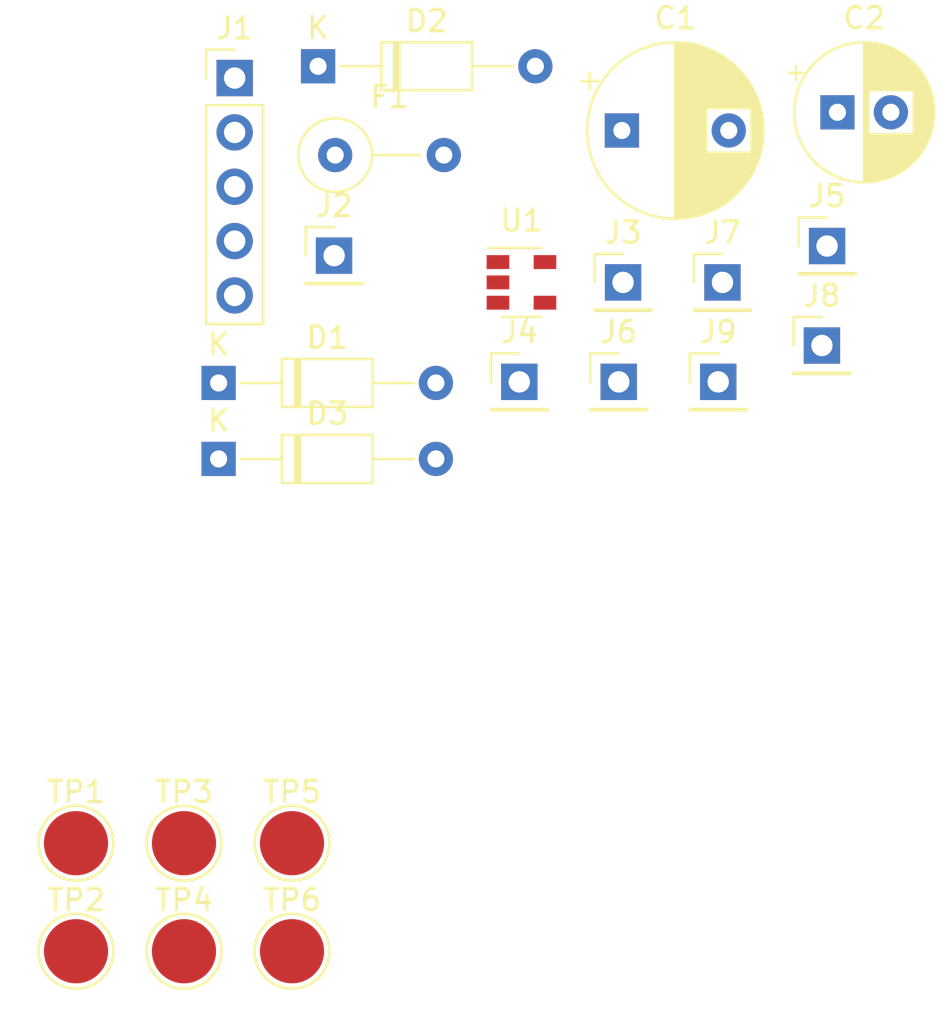
<source format=kicad_pcb>
(kicad_pcb (version 20171130) (host pcbnew "(5.1.10)-1")

  (general
    (thickness 1.6)
    (drawings 0)
    (tracks 0)
    (zones 0)
    (modules 22)
    (nets 9)
  )

  (page A4)
  (layers
    (0 F.Cu signal)
    (31 B.Cu signal)
    (32 B.Adhes user)
    (33 F.Adhes user)
    (34 B.Paste user)
    (35 F.Paste user)
    (36 B.SilkS user)
    (37 F.SilkS user)
    (38 B.Mask user)
    (39 F.Mask user)
    (40 Dwgs.User user)
    (41 Cmts.User user)
    (42 Eco1.User user)
    (43 Eco2.User user)
    (44 Edge.Cuts user)
    (45 Margin user)
    (46 B.CrtYd user)
    (47 F.CrtYd user)
    (48 B.Fab user)
    (49 F.Fab user)
  )

  (setup
    (last_trace_width 0.25)
    (trace_clearance 0.2)
    (zone_clearance 0.508)
    (zone_45_only no)
    (trace_min 0.2)
    (via_size 0.8)
    (via_drill 0.4)
    (via_min_size 0.4)
    (via_min_drill 0.3)
    (uvia_size 0.3)
    (uvia_drill 0.1)
    (uvias_allowed no)
    (uvia_min_size 0.2)
    (uvia_min_drill 0.1)
    (edge_width 0.05)
    (segment_width 0.2)
    (pcb_text_width 0.3)
    (pcb_text_size 1.5 1.5)
    (mod_edge_width 0.12)
    (mod_text_size 1 1)
    (mod_text_width 0.15)
    (pad_size 1.524 1.524)
    (pad_drill 0.762)
    (pad_to_mask_clearance 0)
    (aux_axis_origin 0 0)
    (visible_elements FFFFFF7F)
    (pcbplotparams
      (layerselection 0x010fc_ffffffff)
      (usegerberextensions false)
      (usegerberattributes true)
      (usegerberadvancedattributes true)
      (creategerberjobfile true)
      (excludeedgelayer true)
      (linewidth 0.100000)
      (plotframeref false)
      (viasonmask false)
      (mode 1)
      (useauxorigin false)
      (hpglpennumber 1)
      (hpglpenspeed 20)
      (hpglpendiameter 15.000000)
      (psnegative false)
      (psa4output false)
      (plotreference true)
      (plotvalue true)
      (plotinvisibletext false)
      (padsonsilk false)
      (subtractmaskfromsilk false)
      (outputformat 1)
      (mirror false)
      (drillshape 1)
      (scaleselection 1)
      (outputdirectory ""))
  )

  (net 0 "")
  (net 1 "Net-(C1-Pad1)")
  (net 2 GND)
  (net 3 "Net-(C2-Pad2)")
  (net 4 "Net-(J1-Pad1)")
  (net 5 "Net-(J2-Pad1)")
  (net 6 "Net-(J3-Pad1)")
  (net 7 "Net-(J4-Pad1)")
  (net 8 "Net-(J7-Pad1)")

  (net_class Default "This is the default net class."
    (clearance 0.2)
    (trace_width 0.25)
    (via_dia 0.8)
    (via_drill 0.4)
    (uvia_dia 0.3)
    (uvia_drill 0.1)
    (add_net GND)
    (add_net "Net-(C1-Pad1)")
    (add_net "Net-(C2-Pad2)")
    (add_net "Net-(J1-Pad1)")
    (add_net "Net-(J2-Pad1)")
    (add_net "Net-(J3-Pad1)")
    (add_net "Net-(J4-Pad1)")
    (add_net "Net-(J7-Pad1)")
  )

  (module Capacitor_THT:CP_Radial_D8.0mm_P5.00mm (layer F.Cu) (tedit 5AE50EF0) (tstamp 60AC90F4)
    (at 66.919699 37.295001)
    (descr "CP, Radial series, Radial, pin pitch=5.00mm, , diameter=8mm, Electrolytic Capacitor")
    (tags "CP Radial series Radial pin pitch 5.00mm  diameter 8mm Electrolytic Capacitor")
    (path /60AC8AF3)
    (fp_text reference C1 (at 2.5 -5.25) (layer F.SilkS)
      (effects (font (size 1 1) (thickness 0.15)))
    )
    (fp_text value C (at 2.5 5.25) (layer F.Fab)
      (effects (font (size 1 1) (thickness 0.15)))
    )
    (fp_line (start -1.509698 -2.715) (end -1.509698 -1.915) (layer F.SilkS) (width 0.12))
    (fp_line (start -1.909698 -2.315) (end -1.109698 -2.315) (layer F.SilkS) (width 0.12))
    (fp_line (start 6.581 -0.533) (end 6.581 0.533) (layer F.SilkS) (width 0.12))
    (fp_line (start 6.541 -0.768) (end 6.541 0.768) (layer F.SilkS) (width 0.12))
    (fp_line (start 6.501 -0.948) (end 6.501 0.948) (layer F.SilkS) (width 0.12))
    (fp_line (start 6.461 -1.098) (end 6.461 1.098) (layer F.SilkS) (width 0.12))
    (fp_line (start 6.421 -1.229) (end 6.421 1.229) (layer F.SilkS) (width 0.12))
    (fp_line (start 6.381 -1.346) (end 6.381 1.346) (layer F.SilkS) (width 0.12))
    (fp_line (start 6.341 -1.453) (end 6.341 1.453) (layer F.SilkS) (width 0.12))
    (fp_line (start 6.301 -1.552) (end 6.301 1.552) (layer F.SilkS) (width 0.12))
    (fp_line (start 6.261 -1.645) (end 6.261 1.645) (layer F.SilkS) (width 0.12))
    (fp_line (start 6.221 -1.731) (end 6.221 1.731) (layer F.SilkS) (width 0.12))
    (fp_line (start 6.181 -1.813) (end 6.181 1.813) (layer F.SilkS) (width 0.12))
    (fp_line (start 6.141 -1.89) (end 6.141 1.89) (layer F.SilkS) (width 0.12))
    (fp_line (start 6.101 -1.964) (end 6.101 1.964) (layer F.SilkS) (width 0.12))
    (fp_line (start 6.061 -2.034) (end 6.061 2.034) (layer F.SilkS) (width 0.12))
    (fp_line (start 6.021 1.04) (end 6.021 2.102) (layer F.SilkS) (width 0.12))
    (fp_line (start 6.021 -2.102) (end 6.021 -1.04) (layer F.SilkS) (width 0.12))
    (fp_line (start 5.981 1.04) (end 5.981 2.166) (layer F.SilkS) (width 0.12))
    (fp_line (start 5.981 -2.166) (end 5.981 -1.04) (layer F.SilkS) (width 0.12))
    (fp_line (start 5.941 1.04) (end 5.941 2.228) (layer F.SilkS) (width 0.12))
    (fp_line (start 5.941 -2.228) (end 5.941 -1.04) (layer F.SilkS) (width 0.12))
    (fp_line (start 5.901 1.04) (end 5.901 2.287) (layer F.SilkS) (width 0.12))
    (fp_line (start 5.901 -2.287) (end 5.901 -1.04) (layer F.SilkS) (width 0.12))
    (fp_line (start 5.861 1.04) (end 5.861 2.345) (layer F.SilkS) (width 0.12))
    (fp_line (start 5.861 -2.345) (end 5.861 -1.04) (layer F.SilkS) (width 0.12))
    (fp_line (start 5.821 1.04) (end 5.821 2.4) (layer F.SilkS) (width 0.12))
    (fp_line (start 5.821 -2.4) (end 5.821 -1.04) (layer F.SilkS) (width 0.12))
    (fp_line (start 5.781 1.04) (end 5.781 2.454) (layer F.SilkS) (width 0.12))
    (fp_line (start 5.781 -2.454) (end 5.781 -1.04) (layer F.SilkS) (width 0.12))
    (fp_line (start 5.741 1.04) (end 5.741 2.505) (layer F.SilkS) (width 0.12))
    (fp_line (start 5.741 -2.505) (end 5.741 -1.04) (layer F.SilkS) (width 0.12))
    (fp_line (start 5.701 1.04) (end 5.701 2.556) (layer F.SilkS) (width 0.12))
    (fp_line (start 5.701 -2.556) (end 5.701 -1.04) (layer F.SilkS) (width 0.12))
    (fp_line (start 5.661 1.04) (end 5.661 2.604) (layer F.SilkS) (width 0.12))
    (fp_line (start 5.661 -2.604) (end 5.661 -1.04) (layer F.SilkS) (width 0.12))
    (fp_line (start 5.621 1.04) (end 5.621 2.651) (layer F.SilkS) (width 0.12))
    (fp_line (start 5.621 -2.651) (end 5.621 -1.04) (layer F.SilkS) (width 0.12))
    (fp_line (start 5.581 1.04) (end 5.581 2.697) (layer F.SilkS) (width 0.12))
    (fp_line (start 5.581 -2.697) (end 5.581 -1.04) (layer F.SilkS) (width 0.12))
    (fp_line (start 5.541 1.04) (end 5.541 2.741) (layer F.SilkS) (width 0.12))
    (fp_line (start 5.541 -2.741) (end 5.541 -1.04) (layer F.SilkS) (width 0.12))
    (fp_line (start 5.501 1.04) (end 5.501 2.784) (layer F.SilkS) (width 0.12))
    (fp_line (start 5.501 -2.784) (end 5.501 -1.04) (layer F.SilkS) (width 0.12))
    (fp_line (start 5.461 1.04) (end 5.461 2.826) (layer F.SilkS) (width 0.12))
    (fp_line (start 5.461 -2.826) (end 5.461 -1.04) (layer F.SilkS) (width 0.12))
    (fp_line (start 5.421 1.04) (end 5.421 2.867) (layer F.SilkS) (width 0.12))
    (fp_line (start 5.421 -2.867) (end 5.421 -1.04) (layer F.SilkS) (width 0.12))
    (fp_line (start 5.381 1.04) (end 5.381 2.907) (layer F.SilkS) (width 0.12))
    (fp_line (start 5.381 -2.907) (end 5.381 -1.04) (layer F.SilkS) (width 0.12))
    (fp_line (start 5.341 1.04) (end 5.341 2.945) (layer F.SilkS) (width 0.12))
    (fp_line (start 5.341 -2.945) (end 5.341 -1.04) (layer F.SilkS) (width 0.12))
    (fp_line (start 5.301 1.04) (end 5.301 2.983) (layer F.SilkS) (width 0.12))
    (fp_line (start 5.301 -2.983) (end 5.301 -1.04) (layer F.SilkS) (width 0.12))
    (fp_line (start 5.261 1.04) (end 5.261 3.019) (layer F.SilkS) (width 0.12))
    (fp_line (start 5.261 -3.019) (end 5.261 -1.04) (layer F.SilkS) (width 0.12))
    (fp_line (start 5.221 1.04) (end 5.221 3.055) (layer F.SilkS) (width 0.12))
    (fp_line (start 5.221 -3.055) (end 5.221 -1.04) (layer F.SilkS) (width 0.12))
    (fp_line (start 5.181 1.04) (end 5.181 3.09) (layer F.SilkS) (width 0.12))
    (fp_line (start 5.181 -3.09) (end 5.181 -1.04) (layer F.SilkS) (width 0.12))
    (fp_line (start 5.141 1.04) (end 5.141 3.124) (layer F.SilkS) (width 0.12))
    (fp_line (start 5.141 -3.124) (end 5.141 -1.04) (layer F.SilkS) (width 0.12))
    (fp_line (start 5.101 1.04) (end 5.101 3.156) (layer F.SilkS) (width 0.12))
    (fp_line (start 5.101 -3.156) (end 5.101 -1.04) (layer F.SilkS) (width 0.12))
    (fp_line (start 5.061 1.04) (end 5.061 3.189) (layer F.SilkS) (width 0.12))
    (fp_line (start 5.061 -3.189) (end 5.061 -1.04) (layer F.SilkS) (width 0.12))
    (fp_line (start 5.021 1.04) (end 5.021 3.22) (layer F.SilkS) (width 0.12))
    (fp_line (start 5.021 -3.22) (end 5.021 -1.04) (layer F.SilkS) (width 0.12))
    (fp_line (start 4.981 1.04) (end 4.981 3.25) (layer F.SilkS) (width 0.12))
    (fp_line (start 4.981 -3.25) (end 4.981 -1.04) (layer F.SilkS) (width 0.12))
    (fp_line (start 4.941 1.04) (end 4.941 3.28) (layer F.SilkS) (width 0.12))
    (fp_line (start 4.941 -3.28) (end 4.941 -1.04) (layer F.SilkS) (width 0.12))
    (fp_line (start 4.901 1.04) (end 4.901 3.309) (layer F.SilkS) (width 0.12))
    (fp_line (start 4.901 -3.309) (end 4.901 -1.04) (layer F.SilkS) (width 0.12))
    (fp_line (start 4.861 1.04) (end 4.861 3.338) (layer F.SilkS) (width 0.12))
    (fp_line (start 4.861 -3.338) (end 4.861 -1.04) (layer F.SilkS) (width 0.12))
    (fp_line (start 4.821 1.04) (end 4.821 3.365) (layer F.SilkS) (width 0.12))
    (fp_line (start 4.821 -3.365) (end 4.821 -1.04) (layer F.SilkS) (width 0.12))
    (fp_line (start 4.781 1.04) (end 4.781 3.392) (layer F.SilkS) (width 0.12))
    (fp_line (start 4.781 -3.392) (end 4.781 -1.04) (layer F.SilkS) (width 0.12))
    (fp_line (start 4.741 1.04) (end 4.741 3.418) (layer F.SilkS) (width 0.12))
    (fp_line (start 4.741 -3.418) (end 4.741 -1.04) (layer F.SilkS) (width 0.12))
    (fp_line (start 4.701 1.04) (end 4.701 3.444) (layer F.SilkS) (width 0.12))
    (fp_line (start 4.701 -3.444) (end 4.701 -1.04) (layer F.SilkS) (width 0.12))
    (fp_line (start 4.661 1.04) (end 4.661 3.469) (layer F.SilkS) (width 0.12))
    (fp_line (start 4.661 -3.469) (end 4.661 -1.04) (layer F.SilkS) (width 0.12))
    (fp_line (start 4.621 1.04) (end 4.621 3.493) (layer F.SilkS) (width 0.12))
    (fp_line (start 4.621 -3.493) (end 4.621 -1.04) (layer F.SilkS) (width 0.12))
    (fp_line (start 4.581 1.04) (end 4.581 3.517) (layer F.SilkS) (width 0.12))
    (fp_line (start 4.581 -3.517) (end 4.581 -1.04) (layer F.SilkS) (width 0.12))
    (fp_line (start 4.541 1.04) (end 4.541 3.54) (layer F.SilkS) (width 0.12))
    (fp_line (start 4.541 -3.54) (end 4.541 -1.04) (layer F.SilkS) (width 0.12))
    (fp_line (start 4.501 1.04) (end 4.501 3.562) (layer F.SilkS) (width 0.12))
    (fp_line (start 4.501 -3.562) (end 4.501 -1.04) (layer F.SilkS) (width 0.12))
    (fp_line (start 4.461 1.04) (end 4.461 3.584) (layer F.SilkS) (width 0.12))
    (fp_line (start 4.461 -3.584) (end 4.461 -1.04) (layer F.SilkS) (width 0.12))
    (fp_line (start 4.421 1.04) (end 4.421 3.606) (layer F.SilkS) (width 0.12))
    (fp_line (start 4.421 -3.606) (end 4.421 -1.04) (layer F.SilkS) (width 0.12))
    (fp_line (start 4.381 1.04) (end 4.381 3.627) (layer F.SilkS) (width 0.12))
    (fp_line (start 4.381 -3.627) (end 4.381 -1.04) (layer F.SilkS) (width 0.12))
    (fp_line (start 4.341 1.04) (end 4.341 3.647) (layer F.SilkS) (width 0.12))
    (fp_line (start 4.341 -3.647) (end 4.341 -1.04) (layer F.SilkS) (width 0.12))
    (fp_line (start 4.301 1.04) (end 4.301 3.666) (layer F.SilkS) (width 0.12))
    (fp_line (start 4.301 -3.666) (end 4.301 -1.04) (layer F.SilkS) (width 0.12))
    (fp_line (start 4.261 1.04) (end 4.261 3.686) (layer F.SilkS) (width 0.12))
    (fp_line (start 4.261 -3.686) (end 4.261 -1.04) (layer F.SilkS) (width 0.12))
    (fp_line (start 4.221 1.04) (end 4.221 3.704) (layer F.SilkS) (width 0.12))
    (fp_line (start 4.221 -3.704) (end 4.221 -1.04) (layer F.SilkS) (width 0.12))
    (fp_line (start 4.181 1.04) (end 4.181 3.722) (layer F.SilkS) (width 0.12))
    (fp_line (start 4.181 -3.722) (end 4.181 -1.04) (layer F.SilkS) (width 0.12))
    (fp_line (start 4.141 1.04) (end 4.141 3.74) (layer F.SilkS) (width 0.12))
    (fp_line (start 4.141 -3.74) (end 4.141 -1.04) (layer F.SilkS) (width 0.12))
    (fp_line (start 4.101 1.04) (end 4.101 3.757) (layer F.SilkS) (width 0.12))
    (fp_line (start 4.101 -3.757) (end 4.101 -1.04) (layer F.SilkS) (width 0.12))
    (fp_line (start 4.061 1.04) (end 4.061 3.774) (layer F.SilkS) (width 0.12))
    (fp_line (start 4.061 -3.774) (end 4.061 -1.04) (layer F.SilkS) (width 0.12))
    (fp_line (start 4.021 1.04) (end 4.021 3.79) (layer F.SilkS) (width 0.12))
    (fp_line (start 4.021 -3.79) (end 4.021 -1.04) (layer F.SilkS) (width 0.12))
    (fp_line (start 3.981 1.04) (end 3.981 3.805) (layer F.SilkS) (width 0.12))
    (fp_line (start 3.981 -3.805) (end 3.981 -1.04) (layer F.SilkS) (width 0.12))
    (fp_line (start 3.941 -3.821) (end 3.941 3.821) (layer F.SilkS) (width 0.12))
    (fp_line (start 3.901 -3.835) (end 3.901 3.835) (layer F.SilkS) (width 0.12))
    (fp_line (start 3.861 -3.85) (end 3.861 3.85) (layer F.SilkS) (width 0.12))
    (fp_line (start 3.821 -3.863) (end 3.821 3.863) (layer F.SilkS) (width 0.12))
    (fp_line (start 3.781 -3.877) (end 3.781 3.877) (layer F.SilkS) (width 0.12))
    (fp_line (start 3.741 -3.889) (end 3.741 3.889) (layer F.SilkS) (width 0.12))
    (fp_line (start 3.701 -3.902) (end 3.701 3.902) (layer F.SilkS) (width 0.12))
    (fp_line (start 3.661 -3.914) (end 3.661 3.914) (layer F.SilkS) (width 0.12))
    (fp_line (start 3.621 -3.925) (end 3.621 3.925) (layer F.SilkS) (width 0.12))
    (fp_line (start 3.581 -3.936) (end 3.581 3.936) (layer F.SilkS) (width 0.12))
    (fp_line (start 3.541 -3.947) (end 3.541 3.947) (layer F.SilkS) (width 0.12))
    (fp_line (start 3.501 -3.957) (end 3.501 3.957) (layer F.SilkS) (width 0.12))
    (fp_line (start 3.461 -3.967) (end 3.461 3.967) (layer F.SilkS) (width 0.12))
    (fp_line (start 3.421 -3.976) (end 3.421 3.976) (layer F.SilkS) (width 0.12))
    (fp_line (start 3.381 -3.985) (end 3.381 3.985) (layer F.SilkS) (width 0.12))
    (fp_line (start 3.341 -3.994) (end 3.341 3.994) (layer F.SilkS) (width 0.12))
    (fp_line (start 3.301 -4.002) (end 3.301 4.002) (layer F.SilkS) (width 0.12))
    (fp_line (start 3.261 -4.01) (end 3.261 4.01) (layer F.SilkS) (width 0.12))
    (fp_line (start 3.221 -4.017) (end 3.221 4.017) (layer F.SilkS) (width 0.12))
    (fp_line (start 3.18 -4.024) (end 3.18 4.024) (layer F.SilkS) (width 0.12))
    (fp_line (start 3.14 -4.03) (end 3.14 4.03) (layer F.SilkS) (width 0.12))
    (fp_line (start 3.1 -4.037) (end 3.1 4.037) (layer F.SilkS) (width 0.12))
    (fp_line (start 3.06 -4.042) (end 3.06 4.042) (layer F.SilkS) (width 0.12))
    (fp_line (start 3.02 -4.048) (end 3.02 4.048) (layer F.SilkS) (width 0.12))
    (fp_line (start 2.98 -4.052) (end 2.98 4.052) (layer F.SilkS) (width 0.12))
    (fp_line (start 2.94 -4.057) (end 2.94 4.057) (layer F.SilkS) (width 0.12))
    (fp_line (start 2.9 -4.061) (end 2.9 4.061) (layer F.SilkS) (width 0.12))
    (fp_line (start 2.86 -4.065) (end 2.86 4.065) (layer F.SilkS) (width 0.12))
    (fp_line (start 2.82 -4.068) (end 2.82 4.068) (layer F.SilkS) (width 0.12))
    (fp_line (start 2.78 -4.071) (end 2.78 4.071) (layer F.SilkS) (width 0.12))
    (fp_line (start 2.74 -4.074) (end 2.74 4.074) (layer F.SilkS) (width 0.12))
    (fp_line (start 2.7 -4.076) (end 2.7 4.076) (layer F.SilkS) (width 0.12))
    (fp_line (start 2.66 -4.077) (end 2.66 4.077) (layer F.SilkS) (width 0.12))
    (fp_line (start 2.62 -4.079) (end 2.62 4.079) (layer F.SilkS) (width 0.12))
    (fp_line (start 2.58 -4.08) (end 2.58 4.08) (layer F.SilkS) (width 0.12))
    (fp_line (start 2.54 -4.08) (end 2.54 4.08) (layer F.SilkS) (width 0.12))
    (fp_line (start 2.5 -4.08) (end 2.5 4.08) (layer F.SilkS) (width 0.12))
    (fp_line (start -0.526759 -2.1475) (end -0.526759 -1.3475) (layer F.Fab) (width 0.1))
    (fp_line (start -0.926759 -1.7475) (end -0.126759 -1.7475) (layer F.Fab) (width 0.1))
    (fp_circle (center 2.5 0) (end 6.75 0) (layer F.CrtYd) (width 0.05))
    (fp_circle (center 2.5 0) (end 6.62 0) (layer F.SilkS) (width 0.12))
    (fp_circle (center 2.5 0) (end 6.5 0) (layer F.Fab) (width 0.1))
    (fp_text user %R (at 2.5 0) (layer F.Fab)
      (effects (font (size 1 1) (thickness 0.15)))
    )
    (pad 1 thru_hole rect (at 0 0) (size 1.6 1.6) (drill 0.8) (layers *.Cu *.Mask)
      (net 1 "Net-(C1-Pad1)"))
    (pad 2 thru_hole circle (at 5 0) (size 1.6 1.6) (drill 0.8) (layers *.Cu *.Mask)
      (net 2 GND))
    (model ${KISYS3DMOD}/Capacitor_THT.3dshapes/CP_Radial_D8.0mm_P5.00mm.wrl
      (at (xyz 0 0 0))
      (scale (xyz 1 1 1))
      (rotate (xyz 0 0 0))
    )
  )

  (module Capacitor_THT:CP_Radial_D6.3mm_P2.50mm (layer F.Cu) (tedit 5AE50EF0) (tstamp 60AC9188)
    (at 77.000242 36.445001)
    (descr "CP, Radial series, Radial, pin pitch=2.50mm, , diameter=6.3mm, Electrolytic Capacitor")
    (tags "CP Radial series Radial pin pitch 2.50mm  diameter 6.3mm Electrolytic Capacitor")
    (path /60AC9186)
    (fp_text reference C2 (at 1.25 -4.4) (layer F.SilkS)
      (effects (font (size 1 1) (thickness 0.15)))
    )
    (fp_text value 10n (at 1.25 4.4) (layer F.Fab)
      (effects (font (size 1 1) (thickness 0.15)))
    )
    (fp_line (start -1.935241 -2.154) (end -1.935241 -1.524) (layer F.SilkS) (width 0.12))
    (fp_line (start -2.250241 -1.839) (end -1.620241 -1.839) (layer F.SilkS) (width 0.12))
    (fp_line (start 4.491 -0.402) (end 4.491 0.402) (layer F.SilkS) (width 0.12))
    (fp_line (start 4.451 -0.633) (end 4.451 0.633) (layer F.SilkS) (width 0.12))
    (fp_line (start 4.411 -0.802) (end 4.411 0.802) (layer F.SilkS) (width 0.12))
    (fp_line (start 4.371 -0.94) (end 4.371 0.94) (layer F.SilkS) (width 0.12))
    (fp_line (start 4.331 -1.059) (end 4.331 1.059) (layer F.SilkS) (width 0.12))
    (fp_line (start 4.291 -1.165) (end 4.291 1.165) (layer F.SilkS) (width 0.12))
    (fp_line (start 4.251 -1.262) (end 4.251 1.262) (layer F.SilkS) (width 0.12))
    (fp_line (start 4.211 -1.35) (end 4.211 1.35) (layer F.SilkS) (width 0.12))
    (fp_line (start 4.171 -1.432) (end 4.171 1.432) (layer F.SilkS) (width 0.12))
    (fp_line (start 4.131 -1.509) (end 4.131 1.509) (layer F.SilkS) (width 0.12))
    (fp_line (start 4.091 -1.581) (end 4.091 1.581) (layer F.SilkS) (width 0.12))
    (fp_line (start 4.051 -1.65) (end 4.051 1.65) (layer F.SilkS) (width 0.12))
    (fp_line (start 4.011 -1.714) (end 4.011 1.714) (layer F.SilkS) (width 0.12))
    (fp_line (start 3.971 -1.776) (end 3.971 1.776) (layer F.SilkS) (width 0.12))
    (fp_line (start 3.931 -1.834) (end 3.931 1.834) (layer F.SilkS) (width 0.12))
    (fp_line (start 3.891 -1.89) (end 3.891 1.89) (layer F.SilkS) (width 0.12))
    (fp_line (start 3.851 -1.944) (end 3.851 1.944) (layer F.SilkS) (width 0.12))
    (fp_line (start 3.811 -1.995) (end 3.811 1.995) (layer F.SilkS) (width 0.12))
    (fp_line (start 3.771 -2.044) (end 3.771 2.044) (layer F.SilkS) (width 0.12))
    (fp_line (start 3.731 -2.092) (end 3.731 2.092) (layer F.SilkS) (width 0.12))
    (fp_line (start 3.691 -2.137) (end 3.691 2.137) (layer F.SilkS) (width 0.12))
    (fp_line (start 3.651 -2.182) (end 3.651 2.182) (layer F.SilkS) (width 0.12))
    (fp_line (start 3.611 -2.224) (end 3.611 2.224) (layer F.SilkS) (width 0.12))
    (fp_line (start 3.571 -2.265) (end 3.571 2.265) (layer F.SilkS) (width 0.12))
    (fp_line (start 3.531 1.04) (end 3.531 2.305) (layer F.SilkS) (width 0.12))
    (fp_line (start 3.531 -2.305) (end 3.531 -1.04) (layer F.SilkS) (width 0.12))
    (fp_line (start 3.491 1.04) (end 3.491 2.343) (layer F.SilkS) (width 0.12))
    (fp_line (start 3.491 -2.343) (end 3.491 -1.04) (layer F.SilkS) (width 0.12))
    (fp_line (start 3.451 1.04) (end 3.451 2.38) (layer F.SilkS) (width 0.12))
    (fp_line (start 3.451 -2.38) (end 3.451 -1.04) (layer F.SilkS) (width 0.12))
    (fp_line (start 3.411 1.04) (end 3.411 2.416) (layer F.SilkS) (width 0.12))
    (fp_line (start 3.411 -2.416) (end 3.411 -1.04) (layer F.SilkS) (width 0.12))
    (fp_line (start 3.371 1.04) (end 3.371 2.45) (layer F.SilkS) (width 0.12))
    (fp_line (start 3.371 -2.45) (end 3.371 -1.04) (layer F.SilkS) (width 0.12))
    (fp_line (start 3.331 1.04) (end 3.331 2.484) (layer F.SilkS) (width 0.12))
    (fp_line (start 3.331 -2.484) (end 3.331 -1.04) (layer F.SilkS) (width 0.12))
    (fp_line (start 3.291 1.04) (end 3.291 2.516) (layer F.SilkS) (width 0.12))
    (fp_line (start 3.291 -2.516) (end 3.291 -1.04) (layer F.SilkS) (width 0.12))
    (fp_line (start 3.251 1.04) (end 3.251 2.548) (layer F.SilkS) (width 0.12))
    (fp_line (start 3.251 -2.548) (end 3.251 -1.04) (layer F.SilkS) (width 0.12))
    (fp_line (start 3.211 1.04) (end 3.211 2.578) (layer F.SilkS) (width 0.12))
    (fp_line (start 3.211 -2.578) (end 3.211 -1.04) (layer F.SilkS) (width 0.12))
    (fp_line (start 3.171 1.04) (end 3.171 2.607) (layer F.SilkS) (width 0.12))
    (fp_line (start 3.171 -2.607) (end 3.171 -1.04) (layer F.SilkS) (width 0.12))
    (fp_line (start 3.131 1.04) (end 3.131 2.636) (layer F.SilkS) (width 0.12))
    (fp_line (start 3.131 -2.636) (end 3.131 -1.04) (layer F.SilkS) (width 0.12))
    (fp_line (start 3.091 1.04) (end 3.091 2.664) (layer F.SilkS) (width 0.12))
    (fp_line (start 3.091 -2.664) (end 3.091 -1.04) (layer F.SilkS) (width 0.12))
    (fp_line (start 3.051 1.04) (end 3.051 2.69) (layer F.SilkS) (width 0.12))
    (fp_line (start 3.051 -2.69) (end 3.051 -1.04) (layer F.SilkS) (width 0.12))
    (fp_line (start 3.011 1.04) (end 3.011 2.716) (layer F.SilkS) (width 0.12))
    (fp_line (start 3.011 -2.716) (end 3.011 -1.04) (layer F.SilkS) (width 0.12))
    (fp_line (start 2.971 1.04) (end 2.971 2.742) (layer F.SilkS) (width 0.12))
    (fp_line (start 2.971 -2.742) (end 2.971 -1.04) (layer F.SilkS) (width 0.12))
    (fp_line (start 2.931 1.04) (end 2.931 2.766) (layer F.SilkS) (width 0.12))
    (fp_line (start 2.931 -2.766) (end 2.931 -1.04) (layer F.SilkS) (width 0.12))
    (fp_line (start 2.891 1.04) (end 2.891 2.79) (layer F.SilkS) (width 0.12))
    (fp_line (start 2.891 -2.79) (end 2.891 -1.04) (layer F.SilkS) (width 0.12))
    (fp_line (start 2.851 1.04) (end 2.851 2.812) (layer F.SilkS) (width 0.12))
    (fp_line (start 2.851 -2.812) (end 2.851 -1.04) (layer F.SilkS) (width 0.12))
    (fp_line (start 2.811 1.04) (end 2.811 2.834) (layer F.SilkS) (width 0.12))
    (fp_line (start 2.811 -2.834) (end 2.811 -1.04) (layer F.SilkS) (width 0.12))
    (fp_line (start 2.771 1.04) (end 2.771 2.856) (layer F.SilkS) (width 0.12))
    (fp_line (start 2.771 -2.856) (end 2.771 -1.04) (layer F.SilkS) (width 0.12))
    (fp_line (start 2.731 1.04) (end 2.731 2.876) (layer F.SilkS) (width 0.12))
    (fp_line (start 2.731 -2.876) (end 2.731 -1.04) (layer F.SilkS) (width 0.12))
    (fp_line (start 2.691 1.04) (end 2.691 2.896) (layer F.SilkS) (width 0.12))
    (fp_line (start 2.691 -2.896) (end 2.691 -1.04) (layer F.SilkS) (width 0.12))
    (fp_line (start 2.651 1.04) (end 2.651 2.916) (layer F.SilkS) (width 0.12))
    (fp_line (start 2.651 -2.916) (end 2.651 -1.04) (layer F.SilkS) (width 0.12))
    (fp_line (start 2.611 1.04) (end 2.611 2.934) (layer F.SilkS) (width 0.12))
    (fp_line (start 2.611 -2.934) (end 2.611 -1.04) (layer F.SilkS) (width 0.12))
    (fp_line (start 2.571 1.04) (end 2.571 2.952) (layer F.SilkS) (width 0.12))
    (fp_line (start 2.571 -2.952) (end 2.571 -1.04) (layer F.SilkS) (width 0.12))
    (fp_line (start 2.531 1.04) (end 2.531 2.97) (layer F.SilkS) (width 0.12))
    (fp_line (start 2.531 -2.97) (end 2.531 -1.04) (layer F.SilkS) (width 0.12))
    (fp_line (start 2.491 1.04) (end 2.491 2.986) (layer F.SilkS) (width 0.12))
    (fp_line (start 2.491 -2.986) (end 2.491 -1.04) (layer F.SilkS) (width 0.12))
    (fp_line (start 2.451 1.04) (end 2.451 3.002) (layer F.SilkS) (width 0.12))
    (fp_line (start 2.451 -3.002) (end 2.451 -1.04) (layer F.SilkS) (width 0.12))
    (fp_line (start 2.411 1.04) (end 2.411 3.018) (layer F.SilkS) (width 0.12))
    (fp_line (start 2.411 -3.018) (end 2.411 -1.04) (layer F.SilkS) (width 0.12))
    (fp_line (start 2.371 1.04) (end 2.371 3.033) (layer F.SilkS) (width 0.12))
    (fp_line (start 2.371 -3.033) (end 2.371 -1.04) (layer F.SilkS) (width 0.12))
    (fp_line (start 2.331 1.04) (end 2.331 3.047) (layer F.SilkS) (width 0.12))
    (fp_line (start 2.331 -3.047) (end 2.331 -1.04) (layer F.SilkS) (width 0.12))
    (fp_line (start 2.291 1.04) (end 2.291 3.061) (layer F.SilkS) (width 0.12))
    (fp_line (start 2.291 -3.061) (end 2.291 -1.04) (layer F.SilkS) (width 0.12))
    (fp_line (start 2.251 1.04) (end 2.251 3.074) (layer F.SilkS) (width 0.12))
    (fp_line (start 2.251 -3.074) (end 2.251 -1.04) (layer F.SilkS) (width 0.12))
    (fp_line (start 2.211 1.04) (end 2.211 3.086) (layer F.SilkS) (width 0.12))
    (fp_line (start 2.211 -3.086) (end 2.211 -1.04) (layer F.SilkS) (width 0.12))
    (fp_line (start 2.171 1.04) (end 2.171 3.098) (layer F.SilkS) (width 0.12))
    (fp_line (start 2.171 -3.098) (end 2.171 -1.04) (layer F.SilkS) (width 0.12))
    (fp_line (start 2.131 1.04) (end 2.131 3.11) (layer F.SilkS) (width 0.12))
    (fp_line (start 2.131 -3.11) (end 2.131 -1.04) (layer F.SilkS) (width 0.12))
    (fp_line (start 2.091 1.04) (end 2.091 3.121) (layer F.SilkS) (width 0.12))
    (fp_line (start 2.091 -3.121) (end 2.091 -1.04) (layer F.SilkS) (width 0.12))
    (fp_line (start 2.051 1.04) (end 2.051 3.131) (layer F.SilkS) (width 0.12))
    (fp_line (start 2.051 -3.131) (end 2.051 -1.04) (layer F.SilkS) (width 0.12))
    (fp_line (start 2.011 1.04) (end 2.011 3.141) (layer F.SilkS) (width 0.12))
    (fp_line (start 2.011 -3.141) (end 2.011 -1.04) (layer F.SilkS) (width 0.12))
    (fp_line (start 1.971 1.04) (end 1.971 3.15) (layer F.SilkS) (width 0.12))
    (fp_line (start 1.971 -3.15) (end 1.971 -1.04) (layer F.SilkS) (width 0.12))
    (fp_line (start 1.93 1.04) (end 1.93 3.159) (layer F.SilkS) (width 0.12))
    (fp_line (start 1.93 -3.159) (end 1.93 -1.04) (layer F.SilkS) (width 0.12))
    (fp_line (start 1.89 1.04) (end 1.89 3.167) (layer F.SilkS) (width 0.12))
    (fp_line (start 1.89 -3.167) (end 1.89 -1.04) (layer F.SilkS) (width 0.12))
    (fp_line (start 1.85 1.04) (end 1.85 3.175) (layer F.SilkS) (width 0.12))
    (fp_line (start 1.85 -3.175) (end 1.85 -1.04) (layer F.SilkS) (width 0.12))
    (fp_line (start 1.81 1.04) (end 1.81 3.182) (layer F.SilkS) (width 0.12))
    (fp_line (start 1.81 -3.182) (end 1.81 -1.04) (layer F.SilkS) (width 0.12))
    (fp_line (start 1.77 1.04) (end 1.77 3.189) (layer F.SilkS) (width 0.12))
    (fp_line (start 1.77 -3.189) (end 1.77 -1.04) (layer F.SilkS) (width 0.12))
    (fp_line (start 1.73 1.04) (end 1.73 3.195) (layer F.SilkS) (width 0.12))
    (fp_line (start 1.73 -3.195) (end 1.73 -1.04) (layer F.SilkS) (width 0.12))
    (fp_line (start 1.69 1.04) (end 1.69 3.201) (layer F.SilkS) (width 0.12))
    (fp_line (start 1.69 -3.201) (end 1.69 -1.04) (layer F.SilkS) (width 0.12))
    (fp_line (start 1.65 1.04) (end 1.65 3.206) (layer F.SilkS) (width 0.12))
    (fp_line (start 1.65 -3.206) (end 1.65 -1.04) (layer F.SilkS) (width 0.12))
    (fp_line (start 1.61 1.04) (end 1.61 3.211) (layer F.SilkS) (width 0.12))
    (fp_line (start 1.61 -3.211) (end 1.61 -1.04) (layer F.SilkS) (width 0.12))
    (fp_line (start 1.57 1.04) (end 1.57 3.215) (layer F.SilkS) (width 0.12))
    (fp_line (start 1.57 -3.215) (end 1.57 -1.04) (layer F.SilkS) (width 0.12))
    (fp_line (start 1.53 1.04) (end 1.53 3.218) (layer F.SilkS) (width 0.12))
    (fp_line (start 1.53 -3.218) (end 1.53 -1.04) (layer F.SilkS) (width 0.12))
    (fp_line (start 1.49 1.04) (end 1.49 3.222) (layer F.SilkS) (width 0.12))
    (fp_line (start 1.49 -3.222) (end 1.49 -1.04) (layer F.SilkS) (width 0.12))
    (fp_line (start 1.45 -3.224) (end 1.45 3.224) (layer F.SilkS) (width 0.12))
    (fp_line (start 1.41 -3.227) (end 1.41 3.227) (layer F.SilkS) (width 0.12))
    (fp_line (start 1.37 -3.228) (end 1.37 3.228) (layer F.SilkS) (width 0.12))
    (fp_line (start 1.33 -3.23) (end 1.33 3.23) (layer F.SilkS) (width 0.12))
    (fp_line (start 1.29 -3.23) (end 1.29 3.23) (layer F.SilkS) (width 0.12))
    (fp_line (start 1.25 -3.23) (end 1.25 3.23) (layer F.SilkS) (width 0.12))
    (fp_line (start -1.128972 -1.6885) (end -1.128972 -1.0585) (layer F.Fab) (width 0.1))
    (fp_line (start -1.443972 -1.3735) (end -0.813972 -1.3735) (layer F.Fab) (width 0.1))
    (fp_circle (center 1.25 0) (end 4.65 0) (layer F.CrtYd) (width 0.05))
    (fp_circle (center 1.25 0) (end 4.52 0) (layer F.SilkS) (width 0.12))
    (fp_circle (center 1.25 0) (end 4.4 0) (layer F.Fab) (width 0.1))
    (fp_text user %R (at 1.25 0) (layer F.Fab)
      (effects (font (size 1 1) (thickness 0.15)))
    )
    (pad 1 thru_hole rect (at 0 0) (size 1.6 1.6) (drill 0.8) (layers *.Cu *.Mask)
      (net 1 "Net-(C1-Pad1)"))
    (pad 2 thru_hole circle (at 2.5 0) (size 1.6 1.6) (drill 0.8) (layers *.Cu *.Mask)
      (net 3 "Net-(C2-Pad2)"))
    (model ${KISYS3DMOD}/Capacitor_THT.3dshapes/CP_Radial_D6.3mm_P2.50mm.wrl
      (at (xyz 0 0 0))
      (scale (xyz 1 1 1))
      (rotate (xyz 0 0 0))
    )
  )

  (module Diode_THT:D_DO-35_SOD27_P10.16mm_Horizontal (layer F.Cu) (tedit 5AE50CD5) (tstamp 60AC91A7)
    (at 48.065001 49.095001)
    (descr "Diode, DO-35_SOD27 series, Axial, Horizontal, pin pitch=10.16mm, , length*diameter=4*2mm^2, , http://www.diodes.com/_files/packages/DO-35.pdf")
    (tags "Diode DO-35_SOD27 series Axial Horizontal pin pitch 10.16mm  length 4mm diameter 2mm")
    (path /60AE1DA2)
    (fp_text reference D1 (at 5.08 -2.12) (layer F.SilkS)
      (effects (font (size 1 1) (thickness 0.15)))
    )
    (fp_text value D_Zener (at 5.08 2.12) (layer F.Fab)
      (effects (font (size 1 1) (thickness 0.15)))
    )
    (fp_line (start 11.21 -1.25) (end -1.05 -1.25) (layer F.CrtYd) (width 0.05))
    (fp_line (start 11.21 1.25) (end 11.21 -1.25) (layer F.CrtYd) (width 0.05))
    (fp_line (start -1.05 1.25) (end 11.21 1.25) (layer F.CrtYd) (width 0.05))
    (fp_line (start -1.05 -1.25) (end -1.05 1.25) (layer F.CrtYd) (width 0.05))
    (fp_line (start 3.56 -1.12) (end 3.56 1.12) (layer F.SilkS) (width 0.12))
    (fp_line (start 3.8 -1.12) (end 3.8 1.12) (layer F.SilkS) (width 0.12))
    (fp_line (start 3.68 -1.12) (end 3.68 1.12) (layer F.SilkS) (width 0.12))
    (fp_line (start 9.12 0) (end 7.2 0) (layer F.SilkS) (width 0.12))
    (fp_line (start 1.04 0) (end 2.96 0) (layer F.SilkS) (width 0.12))
    (fp_line (start 7.2 -1.12) (end 2.96 -1.12) (layer F.SilkS) (width 0.12))
    (fp_line (start 7.2 1.12) (end 7.2 -1.12) (layer F.SilkS) (width 0.12))
    (fp_line (start 2.96 1.12) (end 7.2 1.12) (layer F.SilkS) (width 0.12))
    (fp_line (start 2.96 -1.12) (end 2.96 1.12) (layer F.SilkS) (width 0.12))
    (fp_line (start 3.58 -1) (end 3.58 1) (layer F.Fab) (width 0.1))
    (fp_line (start 3.78 -1) (end 3.78 1) (layer F.Fab) (width 0.1))
    (fp_line (start 3.68 -1) (end 3.68 1) (layer F.Fab) (width 0.1))
    (fp_line (start 10.16 0) (end 7.08 0) (layer F.Fab) (width 0.1))
    (fp_line (start 0 0) (end 3.08 0) (layer F.Fab) (width 0.1))
    (fp_line (start 7.08 -1) (end 3.08 -1) (layer F.Fab) (width 0.1))
    (fp_line (start 7.08 1) (end 7.08 -1) (layer F.Fab) (width 0.1))
    (fp_line (start 3.08 1) (end 7.08 1) (layer F.Fab) (width 0.1))
    (fp_line (start 3.08 -1) (end 3.08 1) (layer F.Fab) (width 0.1))
    (fp_text user %R (at 5.38 0) (layer F.Fab)
      (effects (font (size 0.8 0.8) (thickness 0.12)))
    )
    (fp_text user K (at 0 -1.8) (layer F.Fab)
      (effects (font (size 1 1) (thickness 0.15)))
    )
    (fp_text user K (at 0 -1.8) (layer F.SilkS)
      (effects (font (size 1 1) (thickness 0.15)))
    )
    (pad 1 thru_hole rect (at 0 0) (size 1.6 1.6) (drill 0.8) (layers *.Cu *.Mask)
      (net 1 "Net-(C1-Pad1)"))
    (pad 2 thru_hole oval (at 10.16 0) (size 1.6 1.6) (drill 0.8) (layers *.Cu *.Mask)
      (net 3 "Net-(C2-Pad2)"))
    (model ${KISYS3DMOD}/Diode_THT.3dshapes/D_DO-35_SOD27_P10.16mm_Horizontal.wrl
      (at (xyz 0 0 0))
      (scale (xyz 1 1 1))
      (rotate (xyz 0 0 0))
    )
  )

  (module Diode_THT:D_DO-35_SOD27_P10.16mm_Horizontal (layer F.Cu) (tedit 5AE50CD5) (tstamp 60AC91C6)
    (at 52.715001 34.295001)
    (descr "Diode, DO-35_SOD27 series, Axial, Horizontal, pin pitch=10.16mm, , length*diameter=4*2mm^2, , http://www.diodes.com/_files/packages/DO-35.pdf")
    (tags "Diode DO-35_SOD27 series Axial Horizontal pin pitch 10.16mm  length 4mm diameter 2mm")
    (path /60AE1A8B)
    (fp_text reference D2 (at 5.08 -2.12) (layer F.SilkS)
      (effects (font (size 1 1) (thickness 0.15)))
    )
    (fp_text value D_Zener (at 5.08 2.12) (layer F.Fab)
      (effects (font (size 1 1) (thickness 0.15)))
    )
    (fp_text user K (at 0 -1.8) (layer F.SilkS)
      (effects (font (size 1 1) (thickness 0.15)))
    )
    (fp_text user K (at 0 -1.8) (layer F.Fab)
      (effects (font (size 1 1) (thickness 0.15)))
    )
    (fp_text user %R (at 5.38 0) (layer F.Fab)
      (effects (font (size 0.8 0.8) (thickness 0.12)))
    )
    (fp_line (start 3.08 -1) (end 3.08 1) (layer F.Fab) (width 0.1))
    (fp_line (start 3.08 1) (end 7.08 1) (layer F.Fab) (width 0.1))
    (fp_line (start 7.08 1) (end 7.08 -1) (layer F.Fab) (width 0.1))
    (fp_line (start 7.08 -1) (end 3.08 -1) (layer F.Fab) (width 0.1))
    (fp_line (start 0 0) (end 3.08 0) (layer F.Fab) (width 0.1))
    (fp_line (start 10.16 0) (end 7.08 0) (layer F.Fab) (width 0.1))
    (fp_line (start 3.68 -1) (end 3.68 1) (layer F.Fab) (width 0.1))
    (fp_line (start 3.78 -1) (end 3.78 1) (layer F.Fab) (width 0.1))
    (fp_line (start 3.58 -1) (end 3.58 1) (layer F.Fab) (width 0.1))
    (fp_line (start 2.96 -1.12) (end 2.96 1.12) (layer F.SilkS) (width 0.12))
    (fp_line (start 2.96 1.12) (end 7.2 1.12) (layer F.SilkS) (width 0.12))
    (fp_line (start 7.2 1.12) (end 7.2 -1.12) (layer F.SilkS) (width 0.12))
    (fp_line (start 7.2 -1.12) (end 2.96 -1.12) (layer F.SilkS) (width 0.12))
    (fp_line (start 1.04 0) (end 2.96 0) (layer F.SilkS) (width 0.12))
    (fp_line (start 9.12 0) (end 7.2 0) (layer F.SilkS) (width 0.12))
    (fp_line (start 3.68 -1.12) (end 3.68 1.12) (layer F.SilkS) (width 0.12))
    (fp_line (start 3.8 -1.12) (end 3.8 1.12) (layer F.SilkS) (width 0.12))
    (fp_line (start 3.56 -1.12) (end 3.56 1.12) (layer F.SilkS) (width 0.12))
    (fp_line (start -1.05 -1.25) (end -1.05 1.25) (layer F.CrtYd) (width 0.05))
    (fp_line (start -1.05 1.25) (end 11.21 1.25) (layer F.CrtYd) (width 0.05))
    (fp_line (start 11.21 1.25) (end 11.21 -1.25) (layer F.CrtYd) (width 0.05))
    (fp_line (start 11.21 -1.25) (end -1.05 -1.25) (layer F.CrtYd) (width 0.05))
    (pad 2 thru_hole oval (at 10.16 0) (size 1.6 1.6) (drill 0.8) (layers *.Cu *.Mask)
      (net 3 "Net-(C2-Pad2)"))
    (pad 1 thru_hole rect (at 0 0) (size 1.6 1.6) (drill 0.8) (layers *.Cu *.Mask)
      (net 1 "Net-(C1-Pad1)"))
    (model ${KISYS3DMOD}/Diode_THT.3dshapes/D_DO-35_SOD27_P10.16mm_Horizontal.wrl
      (at (xyz 0 0 0))
      (scale (xyz 1 1 1))
      (rotate (xyz 0 0 0))
    )
  )

  (module Diode_THT:D_DO-35_SOD27_P10.16mm_Horizontal (layer F.Cu) (tedit 5AE50CD5) (tstamp 60AC91E5)
    (at 48.065001 52.645001)
    (descr "Diode, DO-35_SOD27 series, Axial, Horizontal, pin pitch=10.16mm, , length*diameter=4*2mm^2, , http://www.diodes.com/_files/packages/DO-35.pdf")
    (tags "Diode DO-35_SOD27 series Axial Horizontal pin pitch 10.16mm  length 4mm diameter 2mm")
    (path /60AB9741)
    (fp_text reference D3 (at 5.08 -2.12) (layer F.SilkS)
      (effects (font (size 1 1) (thickness 0.15)))
    )
    (fp_text value D_Zener (at 5.08 2.12) (layer F.Fab)
      (effects (font (size 1 1) (thickness 0.15)))
    )
    (fp_line (start 11.21 -1.25) (end -1.05 -1.25) (layer F.CrtYd) (width 0.05))
    (fp_line (start 11.21 1.25) (end 11.21 -1.25) (layer F.CrtYd) (width 0.05))
    (fp_line (start -1.05 1.25) (end 11.21 1.25) (layer F.CrtYd) (width 0.05))
    (fp_line (start -1.05 -1.25) (end -1.05 1.25) (layer F.CrtYd) (width 0.05))
    (fp_line (start 3.56 -1.12) (end 3.56 1.12) (layer F.SilkS) (width 0.12))
    (fp_line (start 3.8 -1.12) (end 3.8 1.12) (layer F.SilkS) (width 0.12))
    (fp_line (start 3.68 -1.12) (end 3.68 1.12) (layer F.SilkS) (width 0.12))
    (fp_line (start 9.12 0) (end 7.2 0) (layer F.SilkS) (width 0.12))
    (fp_line (start 1.04 0) (end 2.96 0) (layer F.SilkS) (width 0.12))
    (fp_line (start 7.2 -1.12) (end 2.96 -1.12) (layer F.SilkS) (width 0.12))
    (fp_line (start 7.2 1.12) (end 7.2 -1.12) (layer F.SilkS) (width 0.12))
    (fp_line (start 2.96 1.12) (end 7.2 1.12) (layer F.SilkS) (width 0.12))
    (fp_line (start 2.96 -1.12) (end 2.96 1.12) (layer F.SilkS) (width 0.12))
    (fp_line (start 3.58 -1) (end 3.58 1) (layer F.Fab) (width 0.1))
    (fp_line (start 3.78 -1) (end 3.78 1) (layer F.Fab) (width 0.1))
    (fp_line (start 3.68 -1) (end 3.68 1) (layer F.Fab) (width 0.1))
    (fp_line (start 10.16 0) (end 7.08 0) (layer F.Fab) (width 0.1))
    (fp_line (start 0 0) (end 3.08 0) (layer F.Fab) (width 0.1))
    (fp_line (start 7.08 -1) (end 3.08 -1) (layer F.Fab) (width 0.1))
    (fp_line (start 7.08 1) (end 7.08 -1) (layer F.Fab) (width 0.1))
    (fp_line (start 3.08 1) (end 7.08 1) (layer F.Fab) (width 0.1))
    (fp_line (start 3.08 -1) (end 3.08 1) (layer F.Fab) (width 0.1))
    (fp_text user %R (at 5.38 0) (layer F.Fab)
      (effects (font (size 0.8 0.8) (thickness 0.12)))
    )
    (fp_text user K (at 0 -1.8) (layer F.Fab)
      (effects (font (size 1 1) (thickness 0.15)))
    )
    (fp_text user K (at 0 -1.8) (layer F.SilkS)
      (effects (font (size 1 1) (thickness 0.15)))
    )
    (pad 1 thru_hole rect (at 0 0) (size 1.6 1.6) (drill 0.8) (layers *.Cu *.Mask)
      (net 1 "Net-(C1-Pad1)"))
    (pad 2 thru_hole oval (at 10.16 0) (size 1.6 1.6) (drill 0.8) (layers *.Cu *.Mask)
      (net 3 "Net-(C2-Pad2)"))
    (model ${KISYS3DMOD}/Diode_THT.3dshapes/D_DO-35_SOD27_P10.16mm_Horizontal.wrl
      (at (xyz 0 0 0))
      (scale (xyz 1 1 1))
      (rotate (xyz 0 0 0))
    )
  )

  (module Resistor_THT:R_Axial_DIN0309_L9.0mm_D3.2mm_P5.08mm_Vertical (layer F.Cu) (tedit 5AE5139B) (tstamp 60AC91F4)
    (at 53.515001 38.445001)
    (descr "Resistor, Axial_DIN0309 series, Axial, Vertical, pin pitch=5.08mm, 0.5W = 1/2W, length*diameter=9*3.2mm^2, http://cdn-reichelt.de/documents/datenblatt/B400/1_4W%23YAG.pdf")
    (tags "Resistor Axial_DIN0309 series Axial Vertical pin pitch 5.08mm 0.5W = 1/2W length 9mm diameter 3.2mm")
    (path /60AC9604)
    (fp_text reference F1 (at 2.54 -2.72) (layer F.SilkS)
      (effects (font (size 1 1) (thickness 0.15)))
    )
    (fp_text value Fuse (at 2.54 2.72) (layer F.Fab)
      (effects (font (size 1 1) (thickness 0.15)))
    )
    (fp_line (start 6.13 -1.85) (end -1.85 -1.85) (layer F.CrtYd) (width 0.05))
    (fp_line (start 6.13 1.85) (end 6.13 -1.85) (layer F.CrtYd) (width 0.05))
    (fp_line (start -1.85 1.85) (end 6.13 1.85) (layer F.CrtYd) (width 0.05))
    (fp_line (start -1.85 -1.85) (end -1.85 1.85) (layer F.CrtYd) (width 0.05))
    (fp_line (start 1.72 0) (end 3.98 0) (layer F.SilkS) (width 0.12))
    (fp_line (start 0 0) (end 5.08 0) (layer F.Fab) (width 0.1))
    (fp_circle (center 0 0) (end 1.72 0) (layer F.SilkS) (width 0.12))
    (fp_circle (center 0 0) (end 1.6 0) (layer F.Fab) (width 0.1))
    (fp_text user %R (at 2.54 -2.72) (layer F.Fab)
      (effects (font (size 1 1) (thickness 0.15)))
    )
    (pad 1 thru_hole circle (at 0 0) (size 1.6 1.6) (drill 0.8) (layers *.Cu *.Mask)
      (net 3 "Net-(C2-Pad2)"))
    (pad 2 thru_hole oval (at 5.08 0) (size 1.6 1.6) (drill 0.8) (layers *.Cu *.Mask)
      (net 2 GND))
    (model ${KISYS3DMOD}/Resistor_THT.3dshapes/R_Axial_DIN0309_L9.0mm_D3.2mm_P5.08mm_Vertical.wrl
      (at (xyz 0 0 0))
      (scale (xyz 1 1 1))
      (rotate (xyz 0 0 0))
    )
  )

  (module Connector_PinHeader_2.54mm:PinHeader_1x05_P2.54mm_Vertical (layer F.Cu) (tedit 59FED5CC) (tstamp 60AC920D)
    (at 48.815001 34.845001)
    (descr "Through hole straight pin header, 1x05, 2.54mm pitch, single row")
    (tags "Through hole pin header THT 1x05 2.54mm single row")
    (path /60ACE4A7)
    (fp_text reference J1 (at 0 -2.33) (layer F.SilkS)
      (effects (font (size 1 1) (thickness 0.15)))
    )
    (fp_text value Conn_01x05_Male (at 0 12.49) (layer F.Fab)
      (effects (font (size 1 1) (thickness 0.15)))
    )
    (fp_line (start 1.8 -1.8) (end -1.8 -1.8) (layer F.CrtYd) (width 0.05))
    (fp_line (start 1.8 11.95) (end 1.8 -1.8) (layer F.CrtYd) (width 0.05))
    (fp_line (start -1.8 11.95) (end 1.8 11.95) (layer F.CrtYd) (width 0.05))
    (fp_line (start -1.8 -1.8) (end -1.8 11.95) (layer F.CrtYd) (width 0.05))
    (fp_line (start -1.33 -1.33) (end 0 -1.33) (layer F.SilkS) (width 0.12))
    (fp_line (start -1.33 0) (end -1.33 -1.33) (layer F.SilkS) (width 0.12))
    (fp_line (start -1.33 1.27) (end 1.33 1.27) (layer F.SilkS) (width 0.12))
    (fp_line (start 1.33 1.27) (end 1.33 11.49) (layer F.SilkS) (width 0.12))
    (fp_line (start -1.33 1.27) (end -1.33 11.49) (layer F.SilkS) (width 0.12))
    (fp_line (start -1.33 11.49) (end 1.33 11.49) (layer F.SilkS) (width 0.12))
    (fp_line (start -1.27 -0.635) (end -0.635 -1.27) (layer F.Fab) (width 0.1))
    (fp_line (start -1.27 11.43) (end -1.27 -0.635) (layer F.Fab) (width 0.1))
    (fp_line (start 1.27 11.43) (end -1.27 11.43) (layer F.Fab) (width 0.1))
    (fp_line (start 1.27 -1.27) (end 1.27 11.43) (layer F.Fab) (width 0.1))
    (fp_line (start -0.635 -1.27) (end 1.27 -1.27) (layer F.Fab) (width 0.1))
    (fp_text user %R (at 0 5.08 90) (layer F.Fab)
      (effects (font (size 1 1) (thickness 0.15)))
    )
    (pad 1 thru_hole rect (at 0 0) (size 1.7 1.7) (drill 1) (layers *.Cu *.Mask)
      (net 4 "Net-(J1-Pad1)"))
    (pad 2 thru_hole oval (at 0 2.54) (size 1.7 1.7) (drill 1) (layers *.Cu *.Mask)
      (net 1 "Net-(C1-Pad1)"))
    (pad 3 thru_hole oval (at 0 5.08) (size 1.7 1.7) (drill 1) (layers *.Cu *.Mask)
      (net 1 "Net-(C1-Pad1)"))
    (pad 4 thru_hole oval (at 0 7.62) (size 1.7 1.7) (drill 1) (layers *.Cu *.Mask)
      (net 2 GND))
    (pad 5 thru_hole oval (at 0 10.16) (size 1.7 1.7) (drill 1) (layers *.Cu *.Mask)
      (net 2 GND))
    (model ${KISYS3DMOD}/Connector_PinHeader_2.54mm.3dshapes/PinHeader_1x05_P2.54mm_Vertical.wrl
      (at (xyz 0 0 0))
      (scale (xyz 1 1 1))
      (rotate (xyz 0 0 0))
    )
  )

  (module Connector_PinHeader_2.54mm:PinHeader_1x01_P2.54mm_Vertical (layer F.Cu) (tedit 59FED5CC) (tstamp 60AC9222)
    (at 53.465001 43.145001)
    (descr "Through hole straight pin header, 1x01, 2.54mm pitch, single row")
    (tags "Through hole pin header THT 1x01 2.54mm single row")
    (path /60ACA72E)
    (fp_text reference J2 (at 0 -2.33) (layer F.SilkS)
      (effects (font (size 1 1) (thickness 0.15)))
    )
    (fp_text value tx (at 0 2.33) (layer F.Fab)
      (effects (font (size 1 1) (thickness 0.15)))
    )
    (fp_text user %R (at 0 0 90) (layer F.Fab)
      (effects (font (size 1 1) (thickness 0.15)))
    )
    (fp_line (start -0.635 -1.27) (end 1.27 -1.27) (layer F.Fab) (width 0.1))
    (fp_line (start 1.27 -1.27) (end 1.27 1.27) (layer F.Fab) (width 0.1))
    (fp_line (start 1.27 1.27) (end -1.27 1.27) (layer F.Fab) (width 0.1))
    (fp_line (start -1.27 1.27) (end -1.27 -0.635) (layer F.Fab) (width 0.1))
    (fp_line (start -1.27 -0.635) (end -0.635 -1.27) (layer F.Fab) (width 0.1))
    (fp_line (start -1.33 1.33) (end 1.33 1.33) (layer F.SilkS) (width 0.12))
    (fp_line (start -1.33 1.27) (end -1.33 1.33) (layer F.SilkS) (width 0.12))
    (fp_line (start 1.33 1.27) (end 1.33 1.33) (layer F.SilkS) (width 0.12))
    (fp_line (start -1.33 1.27) (end 1.33 1.27) (layer F.SilkS) (width 0.12))
    (fp_line (start -1.33 0) (end -1.33 -1.33) (layer F.SilkS) (width 0.12))
    (fp_line (start -1.33 -1.33) (end 0 -1.33) (layer F.SilkS) (width 0.12))
    (fp_line (start -1.8 -1.8) (end -1.8 1.8) (layer F.CrtYd) (width 0.05))
    (fp_line (start -1.8 1.8) (end 1.8 1.8) (layer F.CrtYd) (width 0.05))
    (fp_line (start 1.8 1.8) (end 1.8 -1.8) (layer F.CrtYd) (width 0.05))
    (fp_line (start 1.8 -1.8) (end -1.8 -1.8) (layer F.CrtYd) (width 0.05))
    (pad 1 thru_hole rect (at 0 0) (size 1.7 1.7) (drill 1) (layers *.Cu *.Mask)
      (net 5 "Net-(J2-Pad1)"))
    (model ${KISYS3DMOD}/Connector_PinHeader_2.54mm.3dshapes/PinHeader_1x01_P2.54mm_Vertical.wrl
      (at (xyz 0 0 0))
      (scale (xyz 1 1 1))
      (rotate (xyz 0 0 0))
    )
  )

  (module Connector_PinHeader_2.54mm:PinHeader_1x01_P2.54mm_Vertical (layer F.Cu) (tedit 59FED5CC) (tstamp 60AC9237)
    (at 66.975001 44.395001)
    (descr "Through hole straight pin header, 1x01, 2.54mm pitch, single row")
    (tags "Through hole pin header THT 1x01 2.54mm single row")
    (path /60ACC117)
    (fp_text reference J3 (at 0 -2.33) (layer F.SilkS)
      (effects (font (size 1 1) (thickness 0.15)))
    )
    (fp_text value rx (at 0 2.33) (layer F.Fab)
      (effects (font (size 1 1) (thickness 0.15)))
    )
    (fp_line (start 1.8 -1.8) (end -1.8 -1.8) (layer F.CrtYd) (width 0.05))
    (fp_line (start 1.8 1.8) (end 1.8 -1.8) (layer F.CrtYd) (width 0.05))
    (fp_line (start -1.8 1.8) (end 1.8 1.8) (layer F.CrtYd) (width 0.05))
    (fp_line (start -1.8 -1.8) (end -1.8 1.8) (layer F.CrtYd) (width 0.05))
    (fp_line (start -1.33 -1.33) (end 0 -1.33) (layer F.SilkS) (width 0.12))
    (fp_line (start -1.33 0) (end -1.33 -1.33) (layer F.SilkS) (width 0.12))
    (fp_line (start -1.33 1.27) (end 1.33 1.27) (layer F.SilkS) (width 0.12))
    (fp_line (start 1.33 1.27) (end 1.33 1.33) (layer F.SilkS) (width 0.12))
    (fp_line (start -1.33 1.27) (end -1.33 1.33) (layer F.SilkS) (width 0.12))
    (fp_line (start -1.33 1.33) (end 1.33 1.33) (layer F.SilkS) (width 0.12))
    (fp_line (start -1.27 -0.635) (end -0.635 -1.27) (layer F.Fab) (width 0.1))
    (fp_line (start -1.27 1.27) (end -1.27 -0.635) (layer F.Fab) (width 0.1))
    (fp_line (start 1.27 1.27) (end -1.27 1.27) (layer F.Fab) (width 0.1))
    (fp_line (start 1.27 -1.27) (end 1.27 1.27) (layer F.Fab) (width 0.1))
    (fp_line (start -0.635 -1.27) (end 1.27 -1.27) (layer F.Fab) (width 0.1))
    (fp_text user %R (at 0 0 90) (layer F.Fab)
      (effects (font (size 1 1) (thickness 0.15)))
    )
    (pad 1 thru_hole rect (at 0 0) (size 1.7 1.7) (drill 1) (layers *.Cu *.Mask)
      (net 6 "Net-(J3-Pad1)"))
    (model ${KISYS3DMOD}/Connector_PinHeader_2.54mm.3dshapes/PinHeader_1x01_P2.54mm_Vertical.wrl
      (at (xyz 0 0 0))
      (scale (xyz 1 1 1))
      (rotate (xyz 0 0 0))
    )
  )

  (module Connector_PinHeader_2.54mm:PinHeader_1x01_P2.54mm_Vertical (layer F.Cu) (tedit 59FED5CC) (tstamp 60AC924C)
    (at 62.125001 49.045001)
    (descr "Through hole straight pin header, 1x01, 2.54mm pitch, single row")
    (tags "Through hole pin header THT 1x01 2.54mm single row")
    (path /60ACC30A)
    (fp_text reference J4 (at 0 -2.33) (layer F.SilkS)
      (effects (font (size 1 1) (thickness 0.15)))
    )
    (fp_text value "analog out" (at 0 2.33) (layer F.Fab)
      (effects (font (size 1 1) (thickness 0.15)))
    )
    (fp_text user %R (at 0 0 90) (layer F.Fab)
      (effects (font (size 1 1) (thickness 0.15)))
    )
    (fp_line (start -0.635 -1.27) (end 1.27 -1.27) (layer F.Fab) (width 0.1))
    (fp_line (start 1.27 -1.27) (end 1.27 1.27) (layer F.Fab) (width 0.1))
    (fp_line (start 1.27 1.27) (end -1.27 1.27) (layer F.Fab) (width 0.1))
    (fp_line (start -1.27 1.27) (end -1.27 -0.635) (layer F.Fab) (width 0.1))
    (fp_line (start -1.27 -0.635) (end -0.635 -1.27) (layer F.Fab) (width 0.1))
    (fp_line (start -1.33 1.33) (end 1.33 1.33) (layer F.SilkS) (width 0.12))
    (fp_line (start -1.33 1.27) (end -1.33 1.33) (layer F.SilkS) (width 0.12))
    (fp_line (start 1.33 1.27) (end 1.33 1.33) (layer F.SilkS) (width 0.12))
    (fp_line (start -1.33 1.27) (end 1.33 1.27) (layer F.SilkS) (width 0.12))
    (fp_line (start -1.33 0) (end -1.33 -1.33) (layer F.SilkS) (width 0.12))
    (fp_line (start -1.33 -1.33) (end 0 -1.33) (layer F.SilkS) (width 0.12))
    (fp_line (start -1.8 -1.8) (end -1.8 1.8) (layer F.CrtYd) (width 0.05))
    (fp_line (start -1.8 1.8) (end 1.8 1.8) (layer F.CrtYd) (width 0.05))
    (fp_line (start 1.8 1.8) (end 1.8 -1.8) (layer F.CrtYd) (width 0.05))
    (fp_line (start 1.8 -1.8) (end -1.8 -1.8) (layer F.CrtYd) (width 0.05))
    (pad 1 thru_hole rect (at 0 0) (size 1.7 1.7) (drill 1) (layers *.Cu *.Mask)
      (net 7 "Net-(J4-Pad1)"))
    (model ${KISYS3DMOD}/Connector_PinHeader_2.54mm.3dshapes/PinHeader_1x01_P2.54mm_Vertical.wrl
      (at (xyz 0 0 0))
      (scale (xyz 1 1 1))
      (rotate (xyz 0 0 0))
    )
  )

  (module Connector_PinHeader_2.54mm:PinHeader_1x01_P2.54mm_Vertical (layer F.Cu) (tedit 59FED5CC) (tstamp 60AC9261)
    (at 76.515001 42.695001)
    (descr "Through hole straight pin header, 1x01, 2.54mm pitch, single row")
    (tags "Through hole pin header THT 1x01 2.54mm single row")
    (path /60ACC450)
    (fp_text reference J5 (at 0 -2.33) (layer F.SilkS)
      (effects (font (size 1 1) (thickness 0.15)))
    )
    (fp_text value gnd (at 0 2.33) (layer F.Fab)
      (effects (font (size 1 1) (thickness 0.15)))
    )
    (fp_line (start 1.8 -1.8) (end -1.8 -1.8) (layer F.CrtYd) (width 0.05))
    (fp_line (start 1.8 1.8) (end 1.8 -1.8) (layer F.CrtYd) (width 0.05))
    (fp_line (start -1.8 1.8) (end 1.8 1.8) (layer F.CrtYd) (width 0.05))
    (fp_line (start -1.8 -1.8) (end -1.8 1.8) (layer F.CrtYd) (width 0.05))
    (fp_line (start -1.33 -1.33) (end 0 -1.33) (layer F.SilkS) (width 0.12))
    (fp_line (start -1.33 0) (end -1.33 -1.33) (layer F.SilkS) (width 0.12))
    (fp_line (start -1.33 1.27) (end 1.33 1.27) (layer F.SilkS) (width 0.12))
    (fp_line (start 1.33 1.27) (end 1.33 1.33) (layer F.SilkS) (width 0.12))
    (fp_line (start -1.33 1.27) (end -1.33 1.33) (layer F.SilkS) (width 0.12))
    (fp_line (start -1.33 1.33) (end 1.33 1.33) (layer F.SilkS) (width 0.12))
    (fp_line (start -1.27 -0.635) (end -0.635 -1.27) (layer F.Fab) (width 0.1))
    (fp_line (start -1.27 1.27) (end -1.27 -0.635) (layer F.Fab) (width 0.1))
    (fp_line (start 1.27 1.27) (end -1.27 1.27) (layer F.Fab) (width 0.1))
    (fp_line (start 1.27 -1.27) (end 1.27 1.27) (layer F.Fab) (width 0.1))
    (fp_line (start -0.635 -1.27) (end 1.27 -1.27) (layer F.Fab) (width 0.1))
    (fp_text user %R (at 0 0 90) (layer F.Fab)
      (effects (font (size 1 1) (thickness 0.15)))
    )
    (pad 1 thru_hole rect (at 0 0) (size 1.7 1.7) (drill 1) (layers *.Cu *.Mask)
      (net 3 "Net-(C2-Pad2)"))
    (model ${KISYS3DMOD}/Connector_PinHeader_2.54mm.3dshapes/PinHeader_1x01_P2.54mm_Vertical.wrl
      (at (xyz 0 0 0))
      (scale (xyz 1 1 1))
      (rotate (xyz 0 0 0))
    )
  )

  (module Connector_PinHeader_2.54mm:PinHeader_1x01_P2.54mm_Vertical (layer F.Cu) (tedit 59FED5CC) (tstamp 60AC9276)
    (at 66.775001 49.045001)
    (descr "Through hole straight pin header, 1x01, 2.54mm pitch, single row")
    (tags "Through hole pin header THT 1x01 2.54mm single row")
    (path /60ACC639)
    (fp_text reference J6 (at 0 -2.33) (layer F.SilkS)
      (effects (font (size 1 1) (thickness 0.15)))
    )
    (fp_text value "v in" (at 0 2.33) (layer F.Fab)
      (effects (font (size 1 1) (thickness 0.15)))
    )
    (fp_line (start 1.8 -1.8) (end -1.8 -1.8) (layer F.CrtYd) (width 0.05))
    (fp_line (start 1.8 1.8) (end 1.8 -1.8) (layer F.CrtYd) (width 0.05))
    (fp_line (start -1.8 1.8) (end 1.8 1.8) (layer F.CrtYd) (width 0.05))
    (fp_line (start -1.8 -1.8) (end -1.8 1.8) (layer F.CrtYd) (width 0.05))
    (fp_line (start -1.33 -1.33) (end 0 -1.33) (layer F.SilkS) (width 0.12))
    (fp_line (start -1.33 0) (end -1.33 -1.33) (layer F.SilkS) (width 0.12))
    (fp_line (start -1.33 1.27) (end 1.33 1.27) (layer F.SilkS) (width 0.12))
    (fp_line (start 1.33 1.27) (end 1.33 1.33) (layer F.SilkS) (width 0.12))
    (fp_line (start -1.33 1.27) (end -1.33 1.33) (layer F.SilkS) (width 0.12))
    (fp_line (start -1.33 1.33) (end 1.33 1.33) (layer F.SilkS) (width 0.12))
    (fp_line (start -1.27 -0.635) (end -0.635 -1.27) (layer F.Fab) (width 0.1))
    (fp_line (start -1.27 1.27) (end -1.27 -0.635) (layer F.Fab) (width 0.1))
    (fp_line (start 1.27 1.27) (end -1.27 1.27) (layer F.Fab) (width 0.1))
    (fp_line (start 1.27 -1.27) (end 1.27 1.27) (layer F.Fab) (width 0.1))
    (fp_line (start -0.635 -1.27) (end 1.27 -1.27) (layer F.Fab) (width 0.1))
    (fp_text user %R (at 0 0 90) (layer F.Fab)
      (effects (font (size 1 1) (thickness 0.15)))
    )
    (pad 1 thru_hole rect (at 0 0) (size 1.7 1.7) (drill 1) (layers *.Cu *.Mask)
      (net 1 "Net-(C1-Pad1)"))
    (model ${KISYS3DMOD}/Connector_PinHeader_2.54mm.3dshapes/PinHeader_1x01_P2.54mm_Vertical.wrl
      (at (xyz 0 0 0))
      (scale (xyz 1 1 1))
      (rotate (xyz 0 0 0))
    )
  )

  (module Connector_PinHeader_2.54mm:PinHeader_1x01_P2.54mm_Vertical (layer F.Cu) (tedit 59FED5CC) (tstamp 60AC928B)
    (at 71.625001 44.395001)
    (descr "Through hole straight pin header, 1x01, 2.54mm pitch, single row")
    (tags "Through hole pin header THT 1x01 2.54mm single row")
    (path /60AE031C)
    (fp_text reference J7 (at 0 -2.33) (layer F.SilkS)
      (effects (font (size 1 1) (thickness 0.15)))
    )
    (fp_text value tx (at 0 2.33) (layer F.Fab)
      (effects (font (size 1 1) (thickness 0.15)))
    )
    (fp_text user %R (at 0 0 90) (layer F.Fab)
      (effects (font (size 1 1) (thickness 0.15)))
    )
    (fp_line (start -0.635 -1.27) (end 1.27 -1.27) (layer F.Fab) (width 0.1))
    (fp_line (start 1.27 -1.27) (end 1.27 1.27) (layer F.Fab) (width 0.1))
    (fp_line (start 1.27 1.27) (end -1.27 1.27) (layer F.Fab) (width 0.1))
    (fp_line (start -1.27 1.27) (end -1.27 -0.635) (layer F.Fab) (width 0.1))
    (fp_line (start -1.27 -0.635) (end -0.635 -1.27) (layer F.Fab) (width 0.1))
    (fp_line (start -1.33 1.33) (end 1.33 1.33) (layer F.SilkS) (width 0.12))
    (fp_line (start -1.33 1.27) (end -1.33 1.33) (layer F.SilkS) (width 0.12))
    (fp_line (start 1.33 1.27) (end 1.33 1.33) (layer F.SilkS) (width 0.12))
    (fp_line (start -1.33 1.27) (end 1.33 1.27) (layer F.SilkS) (width 0.12))
    (fp_line (start -1.33 0) (end -1.33 -1.33) (layer F.SilkS) (width 0.12))
    (fp_line (start -1.33 -1.33) (end 0 -1.33) (layer F.SilkS) (width 0.12))
    (fp_line (start -1.8 -1.8) (end -1.8 1.8) (layer F.CrtYd) (width 0.05))
    (fp_line (start -1.8 1.8) (end 1.8 1.8) (layer F.CrtYd) (width 0.05))
    (fp_line (start 1.8 1.8) (end 1.8 -1.8) (layer F.CrtYd) (width 0.05))
    (fp_line (start 1.8 -1.8) (end -1.8 -1.8) (layer F.CrtYd) (width 0.05))
    (pad 1 thru_hole rect (at 0 0) (size 1.7 1.7) (drill 1) (layers *.Cu *.Mask)
      (net 8 "Net-(J7-Pad1)"))
    (model ${KISYS3DMOD}/Connector_PinHeader_2.54mm.3dshapes/PinHeader_1x01_P2.54mm_Vertical.wrl
      (at (xyz 0 0 0))
      (scale (xyz 1 1 1))
      (rotate (xyz 0 0 0))
    )
  )

  (module Connector_PinHeader_2.54mm:PinHeader_1x01_P2.54mm_Vertical (layer F.Cu) (tedit 59FED5CC) (tstamp 60AC92A0)
    (at 76.275001 47.345001)
    (descr "Through hole straight pin header, 1x01, 2.54mm pitch, single row")
    (tags "Through hole pin header THT 1x01 2.54mm single row")
    (path /60ADFBCD)
    (fp_text reference J8 (at 0 -2.33) (layer F.SilkS)
      (effects (font (size 1 1) (thickness 0.15)))
    )
    (fp_text value tx (at 0 2.33) (layer F.Fab)
      (effects (font (size 1 1) (thickness 0.15)))
    )
    (fp_text user %R (at 0 0 90) (layer F.Fab)
      (effects (font (size 1 1) (thickness 0.15)))
    )
    (fp_line (start -0.635 -1.27) (end 1.27 -1.27) (layer F.Fab) (width 0.1))
    (fp_line (start 1.27 -1.27) (end 1.27 1.27) (layer F.Fab) (width 0.1))
    (fp_line (start 1.27 1.27) (end -1.27 1.27) (layer F.Fab) (width 0.1))
    (fp_line (start -1.27 1.27) (end -1.27 -0.635) (layer F.Fab) (width 0.1))
    (fp_line (start -1.27 -0.635) (end -0.635 -1.27) (layer F.Fab) (width 0.1))
    (fp_line (start -1.33 1.33) (end 1.33 1.33) (layer F.SilkS) (width 0.12))
    (fp_line (start -1.33 1.27) (end -1.33 1.33) (layer F.SilkS) (width 0.12))
    (fp_line (start 1.33 1.27) (end 1.33 1.33) (layer F.SilkS) (width 0.12))
    (fp_line (start -1.33 1.27) (end 1.33 1.27) (layer F.SilkS) (width 0.12))
    (fp_line (start -1.33 0) (end -1.33 -1.33) (layer F.SilkS) (width 0.12))
    (fp_line (start -1.33 -1.33) (end 0 -1.33) (layer F.SilkS) (width 0.12))
    (fp_line (start -1.8 -1.8) (end -1.8 1.8) (layer F.CrtYd) (width 0.05))
    (fp_line (start -1.8 1.8) (end 1.8 1.8) (layer F.CrtYd) (width 0.05))
    (fp_line (start 1.8 1.8) (end 1.8 -1.8) (layer F.CrtYd) (width 0.05))
    (fp_line (start 1.8 -1.8) (end -1.8 -1.8) (layer F.CrtYd) (width 0.05))
    (pad 1 thru_hole rect (at 0 0) (size 1.7 1.7) (drill 1) (layers *.Cu *.Mask)
      (net 5 "Net-(J2-Pad1)"))
    (model ${KISYS3DMOD}/Connector_PinHeader_2.54mm.3dshapes/PinHeader_1x01_P2.54mm_Vertical.wrl
      (at (xyz 0 0 0))
      (scale (xyz 1 1 1))
      (rotate (xyz 0 0 0))
    )
  )

  (module Connector_PinHeader_2.54mm:PinHeader_1x01_P2.54mm_Vertical (layer F.Cu) (tedit 59FED5CC) (tstamp 60AC92B5)
    (at 71.425001 49.045001)
    (descr "Through hole straight pin header, 1x01, 2.54mm pitch, single row")
    (tags "Through hole pin header THT 1x01 2.54mm single row")
    (path /60AE0110)
    (fp_text reference J9 (at 0 -2.33) (layer F.SilkS)
      (effects (font (size 1 1) (thickness 0.15)))
    )
    (fp_text value tx (at 0 2.33) (layer F.Fab)
      (effects (font (size 1 1) (thickness 0.15)))
    )
    (fp_line (start 1.8 -1.8) (end -1.8 -1.8) (layer F.CrtYd) (width 0.05))
    (fp_line (start 1.8 1.8) (end 1.8 -1.8) (layer F.CrtYd) (width 0.05))
    (fp_line (start -1.8 1.8) (end 1.8 1.8) (layer F.CrtYd) (width 0.05))
    (fp_line (start -1.8 -1.8) (end -1.8 1.8) (layer F.CrtYd) (width 0.05))
    (fp_line (start -1.33 -1.33) (end 0 -1.33) (layer F.SilkS) (width 0.12))
    (fp_line (start -1.33 0) (end -1.33 -1.33) (layer F.SilkS) (width 0.12))
    (fp_line (start -1.33 1.27) (end 1.33 1.27) (layer F.SilkS) (width 0.12))
    (fp_line (start 1.33 1.27) (end 1.33 1.33) (layer F.SilkS) (width 0.12))
    (fp_line (start -1.33 1.27) (end -1.33 1.33) (layer F.SilkS) (width 0.12))
    (fp_line (start -1.33 1.33) (end 1.33 1.33) (layer F.SilkS) (width 0.12))
    (fp_line (start -1.27 -0.635) (end -0.635 -1.27) (layer F.Fab) (width 0.1))
    (fp_line (start -1.27 1.27) (end -1.27 -0.635) (layer F.Fab) (width 0.1))
    (fp_line (start 1.27 1.27) (end -1.27 1.27) (layer F.Fab) (width 0.1))
    (fp_line (start 1.27 -1.27) (end 1.27 1.27) (layer F.Fab) (width 0.1))
    (fp_line (start -0.635 -1.27) (end 1.27 -1.27) (layer F.Fab) (width 0.1))
    (fp_text user %R (at 0 0 90) (layer F.Fab)
      (effects (font (size 1 1) (thickness 0.15)))
    )
    (pad 1 thru_hole rect (at 0 0) (size 1.7 1.7) (drill 1) (layers *.Cu *.Mask)
      (net 6 "Net-(J3-Pad1)"))
    (model ${KISYS3DMOD}/Connector_PinHeader_2.54mm.3dshapes/PinHeader_1x01_P2.54mm_Vertical.wrl
      (at (xyz 0 0 0))
      (scale (xyz 1 1 1))
      (rotate (xyz 0 0 0))
    )
  )

  (module Package_TO_SOT_SMD:SOT-23-5 (layer F.Cu) (tedit 5A02FF57) (tstamp 60AC92CA)
    (at 62.225001 44.395001)
    (descr "5-pin SOT23 package")
    (tags SOT-23-5)
    (path /60ACF53E)
    (attr smd)
    (fp_text reference U1 (at 0 -2.9) (layer F.SilkS)
      (effects (font (size 1 1) (thickness 0.15)))
    )
    (fp_text value AD8603 (at 0 2.9) (layer F.Fab)
      (effects (font (size 1 1) (thickness 0.15)))
    )
    (fp_line (start 0.9 -1.55) (end 0.9 1.55) (layer F.Fab) (width 0.1))
    (fp_line (start 0.9 1.55) (end -0.9 1.55) (layer F.Fab) (width 0.1))
    (fp_line (start -0.9 -0.9) (end -0.9 1.55) (layer F.Fab) (width 0.1))
    (fp_line (start 0.9 -1.55) (end -0.25 -1.55) (layer F.Fab) (width 0.1))
    (fp_line (start -0.9 -0.9) (end -0.25 -1.55) (layer F.Fab) (width 0.1))
    (fp_line (start -1.9 1.8) (end -1.9 -1.8) (layer F.CrtYd) (width 0.05))
    (fp_line (start 1.9 1.8) (end -1.9 1.8) (layer F.CrtYd) (width 0.05))
    (fp_line (start 1.9 -1.8) (end 1.9 1.8) (layer F.CrtYd) (width 0.05))
    (fp_line (start -1.9 -1.8) (end 1.9 -1.8) (layer F.CrtYd) (width 0.05))
    (fp_line (start 0.9 -1.61) (end -1.55 -1.61) (layer F.SilkS) (width 0.12))
    (fp_line (start -0.9 1.61) (end 0.9 1.61) (layer F.SilkS) (width 0.12))
    (fp_text user %R (at 0 0 90) (layer F.Fab)
      (effects (font (size 0.5 0.5) (thickness 0.075)))
    )
    (pad 1 smd rect (at -1.1 -0.95) (size 1.06 0.65) (layers F.Cu F.Paste F.Mask)
      (net 4 "Net-(J1-Pad1)"))
    (pad 2 smd rect (at -1.1 0) (size 1.06 0.65) (layers F.Cu F.Paste F.Mask)
      (net 3 "Net-(C2-Pad2)"))
    (pad 3 smd rect (at -1.1 0.95) (size 1.06 0.65) (layers F.Cu F.Paste F.Mask)
      (net 7 "Net-(J4-Pad1)"))
    (pad 4 smd rect (at 1.1 0.95) (size 1.06 0.65) (layers F.Cu F.Paste F.Mask)
      (net 4 "Net-(J1-Pad1)"))
    (pad 5 smd rect (at 1.1 -0.95) (size 1.06 0.65) (layers F.Cu F.Paste F.Mask)
      (net 1 "Net-(C1-Pad1)"))
    (model ${KISYS3DMOD}/Package_TO_SOT_SMD.3dshapes/SOT-23-5.wrl
      (at (xyz 0 0 0))
      (scale (xyz 1 1 1))
      (rotate (xyz 0 0 0))
    )
  )

  (module TestPoint:TestPoint_Pad_D3.0mm (layer F.Cu) (tedit 5A0F774F) (tstamp 60AC9880)
    (at 41.395001 70.605001)
    (descr "SMD pad as test Point, diameter 3.0mm")
    (tags "test point SMD pad")
    (path /60AC843D)
    (attr virtual)
    (fp_text reference TP1 (at 0 -2.398) (layer F.SilkS)
      (effects (font (size 1 1) (thickness 0.15)))
    )
    (fp_text value TestPoint (at 0 2.55) (layer F.Fab)
      (effects (font (size 1 1) (thickness 0.15)))
    )
    (fp_circle (center 0 0) (end 0 1.75) (layer F.SilkS) (width 0.12))
    (fp_circle (center 0 0) (end 2 0) (layer F.CrtYd) (width 0.05))
    (fp_text user %R (at 0 -2.4) (layer F.Fab)
      (effects (font (size 1 1) (thickness 0.15)))
    )
    (pad 1 smd circle (at 0 0) (size 3 3) (layers F.Cu F.Mask)
      (net 1 "Net-(C1-Pad1)"))
  )

  (module TestPoint:TestPoint_Pad_D3.0mm (layer F.Cu) (tedit 5A0F774F) (tstamp 60AC9888)
    (at 41.395001 75.655001)
    (descr "SMD pad as test Point, diameter 3.0mm")
    (tags "test point SMD pad")
    (path /60AE2EB1)
    (attr virtual)
    (fp_text reference TP2 (at 0 -2.398) (layer F.SilkS)
      (effects (font (size 1 1) (thickness 0.15)))
    )
    (fp_text value TestPoint (at 0 2.55) (layer F.Fab)
      (effects (font (size 1 1) (thickness 0.15)))
    )
    (fp_text user %R (at 0 -2.4) (layer F.Fab)
      (effects (font (size 1 1) (thickness 0.15)))
    )
    (fp_circle (center 0 0) (end 2 0) (layer F.CrtYd) (width 0.05))
    (fp_circle (center 0 0) (end 0 1.75) (layer F.SilkS) (width 0.12))
    (pad 1 smd circle (at 0 0) (size 3 3) (layers F.Cu F.Mask)
      (net 3 "Net-(C2-Pad2)"))
  )

  (module TestPoint:TestPoint_Pad_D3.0mm (layer F.Cu) (tedit 5A0F774F) (tstamp 60AC9890)
    (at 46.445001 70.605001)
    (descr "SMD pad as test Point, diameter 3.0mm")
    (tags "test point SMD pad")
    (path /60AE32E7)
    (attr virtual)
    (fp_text reference TP3 (at 0 -2.398) (layer F.SilkS)
      (effects (font (size 1 1) (thickness 0.15)))
    )
    (fp_text value TestPoint (at 0 2.55) (layer F.Fab)
      (effects (font (size 1 1) (thickness 0.15)))
    )
    (fp_circle (center 0 0) (end 0 1.75) (layer F.SilkS) (width 0.12))
    (fp_circle (center 0 0) (end 2 0) (layer F.CrtYd) (width 0.05))
    (fp_text user %R (at 0 -2.4) (layer F.Fab)
      (effects (font (size 1 1) (thickness 0.15)))
    )
    (pad 1 smd circle (at 0 0) (size 3 3) (layers F.Cu F.Mask)
      (net 4 "Net-(J1-Pad1)"))
  )

  (module TestPoint:TestPoint_Pad_D3.0mm (layer F.Cu) (tedit 5A0F774F) (tstamp 60AC9898)
    (at 46.445001 75.655001)
    (descr "SMD pad as test Point, diameter 3.0mm")
    (tags "test point SMD pad")
    (path /60AE3CD6)
    (attr virtual)
    (fp_text reference TP4 (at 0 -2.398) (layer F.SilkS)
      (effects (font (size 1 1) (thickness 0.15)))
    )
    (fp_text value TestPoint (at 0 2.55) (layer F.Fab)
      (effects (font (size 1 1) (thickness 0.15)))
    )
    (fp_text user %R (at 0 -2.4) (layer F.Fab)
      (effects (font (size 1 1) (thickness 0.15)))
    )
    (fp_circle (center 0 0) (end 2 0) (layer F.CrtYd) (width 0.05))
    (fp_circle (center 0 0) (end 0 1.75) (layer F.SilkS) (width 0.12))
    (pad 1 smd circle (at 0 0) (size 3 3) (layers F.Cu F.Mask)
      (net 3 "Net-(C2-Pad2)"))
  )

  (module TestPoint:TestPoint_Pad_D3.0mm (layer F.Cu) (tedit 5A0F774F) (tstamp 60AC98A0)
    (at 51.495001 70.605001)
    (descr "SMD pad as test Point, diameter 3.0mm")
    (tags "test point SMD pad")
    (path /60AE4D52)
    (attr virtual)
    (fp_text reference TP5 (at 0 -2.398) (layer F.SilkS)
      (effects (font (size 1 1) (thickness 0.15)))
    )
    (fp_text value TestPoint (at 0 2.55) (layer F.Fab)
      (effects (font (size 1 1) (thickness 0.15)))
    )
    (fp_circle (center 0 0) (end 0 1.75) (layer F.SilkS) (width 0.12))
    (fp_circle (center 0 0) (end 2 0) (layer F.CrtYd) (width 0.05))
    (fp_text user %R (at 0 -2.4) (layer F.Fab)
      (effects (font (size 1 1) (thickness 0.15)))
    )
    (pad 1 smd circle (at 0 0) (size 3 3) (layers F.Cu F.Mask)
      (net 5 "Net-(J2-Pad1)"))
  )

  (module TestPoint:TestPoint_Pad_D3.0mm (layer F.Cu) (tedit 5A0F774F) (tstamp 60AC98A8)
    (at 51.495001 75.655001)
    (descr "SMD pad as test Point, diameter 3.0mm")
    (tags "test point SMD pad")
    (path /60AE5045)
    (attr virtual)
    (fp_text reference TP6 (at 0 -2.398) (layer F.SilkS)
      (effects (font (size 1 1) (thickness 0.15)))
    )
    (fp_text value TestPoint (at 0 2.55) (layer F.Fab)
      (effects (font (size 1 1) (thickness 0.15)))
    )
    (fp_text user %R (at 0 -2.4) (layer F.Fab)
      (effects (font (size 1 1) (thickness 0.15)))
    )
    (fp_circle (center 0 0) (end 2 0) (layer F.CrtYd) (width 0.05))
    (fp_circle (center 0 0) (end 0 1.75) (layer F.SilkS) (width 0.12))
    (pad 1 smd circle (at 0 0) (size 3 3) (layers F.Cu F.Mask)
      (net 6 "Net-(J3-Pad1)"))
  )

)

</source>
